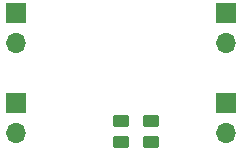
<source format=gbr>
%TF.GenerationSoftware,KiCad,Pcbnew,6.0.7-f9a2dced07~116~ubuntu20.04.1*%
%TF.CreationDate,2022-10-31T14:46:07+01:00*%
%TF.ProjectId,scd40_board,73636434-305f-4626-9f61-72642e6b6963,rev?*%
%TF.SameCoordinates,Original*%
%TF.FileFunction,Soldermask,Bot*%
%TF.FilePolarity,Negative*%
%FSLAX46Y46*%
G04 Gerber Fmt 4.6, Leading zero omitted, Abs format (unit mm)*
G04 Created by KiCad (PCBNEW 6.0.7-f9a2dced07~116~ubuntu20.04.1) date 2022-10-31 14:46:07*
%MOMM*%
%LPD*%
G01*
G04 APERTURE LIST*
G04 Aperture macros list*
%AMRoundRect*
0 Rectangle with rounded corners*
0 $1 Rounding radius*
0 $2 $3 $4 $5 $6 $7 $8 $9 X,Y pos of 4 corners*
0 Add a 4 corners polygon primitive as box body*
4,1,4,$2,$3,$4,$5,$6,$7,$8,$9,$2,$3,0*
0 Add four circle primitives for the rounded corners*
1,1,$1+$1,$2,$3*
1,1,$1+$1,$4,$5*
1,1,$1+$1,$6,$7*
1,1,$1+$1,$8,$9*
0 Add four rect primitives between the rounded corners*
20,1,$1+$1,$2,$3,$4,$5,0*
20,1,$1+$1,$4,$5,$6,$7,0*
20,1,$1+$1,$6,$7,$8,$9,0*
20,1,$1+$1,$8,$9,$2,$3,0*%
G04 Aperture macros list end*
%ADD10R,1.700000X1.700000*%
%ADD11O,1.700000X1.700000*%
%ADD12RoundRect,0.250000X-0.450000X0.262500X-0.450000X-0.262500X0.450000X-0.262500X0.450000X0.262500X0*%
G04 APERTURE END LIST*
D10*
%TO.C,J2*%
X151638000Y-28829000D03*
D11*
X151638000Y-31369000D03*
%TD*%
D10*
%TO.C,J3*%
X169418000Y-28829000D03*
D11*
X169418000Y-31369000D03*
%TD*%
D12*
%TO.C,R2*%
X160528000Y-37933500D03*
X160528000Y-39758500D03*
%TD*%
D10*
%TO.C,J4*%
X169418000Y-36449000D03*
D11*
X169418000Y-38989000D03*
%TD*%
D10*
%TO.C,J1*%
X151638000Y-36449000D03*
D11*
X151638000Y-38989000D03*
%TD*%
D12*
%TO.C,R1*%
X163068000Y-37933500D03*
X163068000Y-39758500D03*
%TD*%
M02*

</source>
